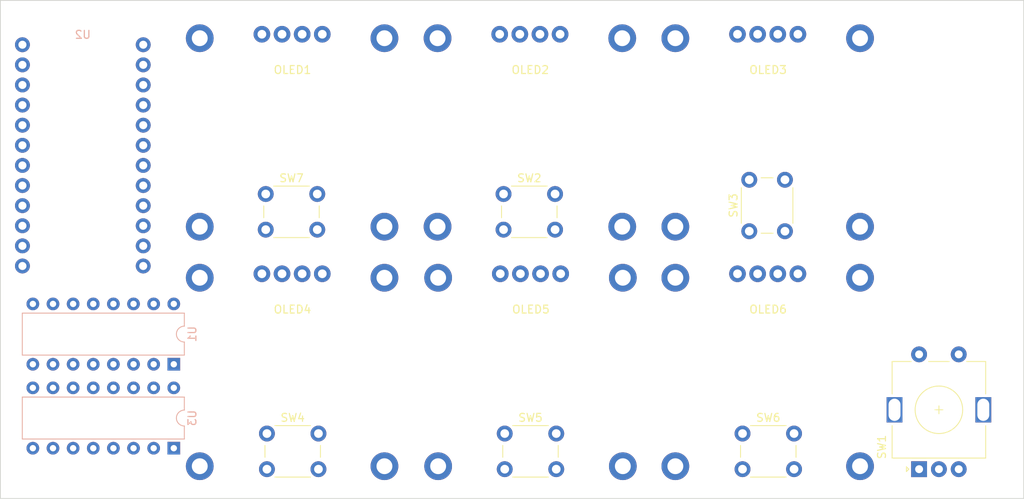
<source format=kicad_pcb>
(kicad_pcb (version 20211014) (generator pcbnew)
  (layers (0 "F.Cu" signal) (31 "B.Cu" signal) (34 "B.Paste" user) (35 "F.Paste" user) (36 "B.SilkS" user "B.Silkscreen") (37 "F.SilkS" user "F.Silkscreen") (38 "B.Mask" user) (39 "F.Mask" user) (44 "Edge.Cuts" user))
  (net 0 "")
  (net 1 "GND")
  (net 2 "3v3")
  (net 3 "SCL")
  (net 4 "OLED_SDA_1")
  (net 5 "OLED_SDA_2")
  (net 6 "OLED_SDA_3")
  (net 7 "OLED_SDA_4")
  (net 8 "OLED_SDA_5")
  (net 9 "OLED_SDA_6")
  (net 10 "ROTARY_A")
  (net 11 "ROTARY_B")
  (net 12 "ROTARY_SW")
  (net 13 "SW_6")
  (net 14 "SW_3")
  (net 15 "SW_5")
  (net 16 "SW_2")
  (net 17 "SW_4")
  (net 18 "SW_1")
  (net 20 "OLED_SDA")
  (net 23 "ADDR2")
  (net 24 "ADDR1")
  (net 25 "ADDR0")
  (net 27 "SWITCH_SIG")
  (footprint "Custom:SSD1306_0.96in" (layer "F.Cu") (at 78.75 62.675)
    (fp_text reference "OLED4" (at 13.7 6 unlocked) (layer "F.SilkS"))
    (fp_text value "ssd1306_0.96in")
    (pad "" np_thru_hole circle locked (at 25.3 25.8) (size 3.5 3.5) (drill 2) (layers F&B.Cu *.Mask))
    (pad "" np_thru_hole circle locked (at 2 25.8) (size 3.5 3.5) (drill 2) (layers F&B.Cu *.Mask))
    (pad "" np_thru_hole circle locked (at 25.3 2) (size 3.5 3.5) (drill 2) (layers F&B.Cu *.Mask))
    (pad "" np_thru_hole circle locked (at 2 2) (size 3.5 3.5) (drill 2) (layers F&B.Cu *.Mask))
    (pad "1" thru_hole circle locked (at 9.84 1.5) (size 2.1 2.1) (drill 1.1) (layers *.Mask "F.Cu" "In1.Cu" "B.Cu") (net 1 "GND"))
    (pad "2" thru_hole circle locked (at 12.38 1.5) (size 2.1 2.1) (drill 1.1) (layers *.Mask "F.Cu" "In1.Cu" "B.Cu") (net 2 "3v3"))
    (pad "3" thru_hole circle locked (at 14.92 1.5) (size 2.1 2.1) (drill 1.1) (layers *.Mask "F.Cu" "In1.Cu" "B.Cu") (net 3 "SCL"))
    (pad "4" thru_hole circle locked (at 17.46 1.5) (size 2.1 2.1) (drill 1.1) (layers *.Mask "F.Cu" "In1.Cu" "B.Cu") (net 7 "OLED_SDA_4"))
  )
  (footprint "Custom:SSD1306_0.96in" (layer "F.Cu") (at 108.825 62.675)
    (fp_text reference "OLED5" (at 13.7 6 unlocked) (layer "F.SilkS"))
    (fp_text value "ssd1306_0.96in")
    (pad "" np_thru_hole circle locked (at 25.3 25.8) (size 3.5 3.5) (drill 2) (layers F&B.Cu *.Mask))
    (pad "" np_thru_hole circle locked (at 2 25.8) (size 3.5 3.5) (drill 2) (layers F&B.Cu *.Mask))
    (pad "" np_thru_hole circle locked (at 25.3 2) (size 3.5 3.5) (drill 2) (layers F&B.Cu *.Mask))
    (pad "" np_thru_hole circle locked (at 2 2) (size 3.5 3.5) (drill 2) (layers F&B.Cu *.Mask))
    (pad "1" thru_hole circle locked (at 9.84 1.5) (size 2.1 2.1) (drill 1.1) (layers *.Mask "F.Cu" "In1.Cu" "B.Cu") (net 1 "GND"))
    (pad "2" thru_hole circle locked (at 12.38 1.5) (size 2.1 2.1) (drill 1.1) (layers *.Mask "F.Cu" "In1.Cu" "B.Cu") (net 2 "3v3"))
    (pad "3" thru_hole circle locked (at 14.92 1.5) (size 2.1 2.1) (drill 1.1) (layers *.Mask "F.Cu" "In1.Cu" "B.Cu") (net 3 "SCL"))
    (pad "4" thru_hole circle locked (at 17.46 1.5) (size 2.1 2.1) (drill 1.1) (layers *.Mask "F.Cu" "In1.Cu" "B.Cu") (net 8 "OLED_SDA_5"))
  )
  (footprint "Custom:SSD1306_0.96in" (layer "F.Cu") (at 138.75 32.425)
    (fp_text reference "OLED3" (at 13.7 6 unlocked) (layer "F.SilkS"))
    (fp_text value "ssd1306_0.96in")
    (pad "" np_thru_hole circle locked (at 2 25.8) (size 3.5 3.5) (drill 2) (layers F&B.Cu *.Mask))
    (pad "" np_thru_hole circle locked (at 2 2) (size 3.5 3.5) (drill 2) (layers F&B.Cu *.Mask))
    (pad "" np_thru_hole circle locked (at 25.3 25.8) (size 3.5 3.5) (drill 2) (layers F&B.Cu *.Mask))
    (pad "" np_thru_hole circle locked (at 25.3 2) (size 3.5 3.5) (drill 2) (layers F&B.Cu *.Mask))
    (pad "1" thru_hole circle locked (at 9.84 1.5) (size 2.1 2.1) (drill 1.1) (layers *.Mask "F.Cu" "In1.Cu" "B.Cu") (net 1 "GND"))
    (pad "2" thru_hole circle locked (at 12.38 1.5) (size 2.1 2.1) (drill 1.1) (layers *.Mask "F.Cu" "In1.Cu" "B.Cu") (net 2 "3v3"))
    (pad "3" thru_hole circle locked (at 14.92 1.5) (size 2.1 2.1) (drill 1.1) (layers *.Mask "F.Cu" "In1.Cu" "B.Cu") (net 3 "SCL"))
    (pad "4" thru_hole circle locked (at 17.46 1.5) (size 2.1 2.1) (drill 1.1) (layers *.Mask "F.Cu" "In1.Cu" "B.Cu") (net 6 "OLED_SDA_3"))
  )
  (footprint "Rotary_Encoder:RotaryEncoder_Alps_EC11E-Switch_Vertical_H20mm" (layer "F.Cu") (at 171.5 88.85 90)
    (fp_text reference "SW1" (at 2.8 -4.7 90) (layer "F.SilkS"))
    (fp_text value "RotaryEncoder_Switch")
    (fp_line (start 13.6 -3.4) (end 13.6 -1) (layer "F.SilkS") (width 0.12))
    (fp_line (start 7 2.5) (end 8 2.5) (layer "F.SilkS") (width 0.12))
    (fp_line (start 1.4 -3.4) (end 1.4 8.4) (layer "F.SilkS") (width 0.12))
    (fp_line (start 7.5 2) (end 7.5 3) (layer "F.SilkS") (width 0.12))
    (fp_line (start -0.3 -1.6) (end 0.3 -1.6) (layer "F.SilkS") (width 0.12))
    (fp_line (start 0.3 -1.6) (end 0 -1.3) (layer "F.SilkS") (width 0.12))
    (fp_line (start 13.6 6) (end 13.6 8.4) (layer "F.SilkS") (width 0.12))
    (fp_line (start 13.6 8.4) (end 9.5 8.4) (layer "F.SilkS") (width 0.12))
    (fp_line (start 5.5 8.4) (end 1.4 8.4) (layer "F.SilkS") (width 0.12))
    (fp_line (start 5.5 -3.4) (end 1.4 -3.4) (layer "F.SilkS") (width 0.12))
    (fp_line (start 13.6 1.2) (end 13.6 3.8) (layer "F.SilkS") (width 0.12))
    (fp_line (start 0 -1.3) (end -0.3 -1.6) (layer "F.SilkS") (width 0.12))
    (fp_line (start 9.5 -3.4) (end 13.6 -3.4) (layer "F.SilkS") (width 0.12))
    (fp_circle (center 7.5 2.5) (end 10.5 2.5) (layer "F.SilkS") (width 0.12) (fill none))
    (pad "" np_thru_hole rect (at 7.5 8.1 90) (size 3.2 2) (drill oval 2.8 1.5) (layers F&B.Cu *.Mask))
    (pad "" np_thru_hole rect (at 7.5 -3.1 90) (size 3.2 2) (drill oval 2.8 1.5) (layers F&B.Cu *.Mask))
    (pad "A" thru_hole rect (at 0 0 90) (size 2 2) (drill 1) (layers *.Cu *.Mask) (net 10 "ROTARY_A"))
    (pad "B" thru_hole circle (at 0 5 90) (size 2 2) (drill 1) (layers *.Cu *.Mask) (net 11 "ROTARY_B"))
    (pad "C" thru_hole circle (at 0 2.5 90) (size 2 2) (drill 1) (layers *.Cu *.Mask) (net 1 "GND"))
    (pad "S1" thru_hole circle (at 14.5 5 90) (size 2 2) (drill 1) (layers *.Cu *.Mask) (net 1 "GND"))
    (pad "S2" thru_hole circle (at 14.5 0 90) (size 2 2) (drill 1) (layers *.Cu *.Mask) (net 12 "ROTARY_SW"))
  )
  (footprint "Custom:SSD1306_0.96in" (layer "F.Cu") (at 108.75 32.425)
    (fp_text reference "OLED2" (at 13.7 6 unlocked) (layer "F.SilkS"))
    (fp_text value "ssd1306_0.96in")
    (pad "" np_thru_hole circle locked (at 25.3 2) (size 3.5 3.5) (drill 2) (layers F&B.Cu *.Mask))
    (pad "" np_thru_hole circle locked (at 2 2) (size 3.5 3.5) (drill 2) (layers F&B.Cu *.Mask))
    (pad "" np_thru_hole circle locked (at 2 25.8) (size 3.5 3.5) (drill 2) (layers F&B.Cu *.Mask))
    (pad "" np_thru_hole circle locked (at 25.3 25.8) (size 3.5 3.5) (drill 2) (layers F&B.Cu *.Mask))
    (pad "1" thru_hole circle locked (at 9.84 1.5) (size 2.1 2.1) (drill 1.1) (layers *.Mask "F.Cu" "In1.Cu" "B.Cu") (net 1 "GND"))
    (pad "2" thru_hole circle locked (at 12.38 1.5) (size 2.1 2.1) (drill 1.1) (layers *.Mask "F.Cu" "In1.Cu" "B.Cu") (net 2 "3v3"))
    (pad "3" thru_hole circle locked (at 14.92 1.5) (size 2.1 2.1) (drill 1.1) (layers *.Mask "F.Cu" "In1.Cu" "B.Cu") (net 3 "SCL"))
    (pad "4" thru_hole circle locked (at 17.46 1.5) (size 2.1 2.1) (drill 1.1) (layers *.Mask "F.Cu" "In1.Cu" "B.Cu") (net 5 "OLED_SDA_2"))
  )
  (footprint "Custom:SSD1306_0.96in" (layer "F.Cu") (at 78.75 32.425)
    (fp_text reference "OLED1" (at 13.7 6 unlocked) (layer "F.SilkS"))
    (fp_text value "ssd1306_0.96in")
    (pad "" np_thru_hole circle locked (at 25.3 25.8) (size 3.5 3.5) (drill 2) (layers F&B.Cu *.Mask))
    (pad "" np_thru_hole circle locked (at 25.3 2) (size 3.5 3.5) (drill 2) (layers F&B.Cu *.Mask))
    (pad "" np_thru_hole circle locked (at 2 2) (size 3.5 3.5) (drill 2) (layers F&B.Cu *.Mask))
    (pad "" np_thru_hole circle locked (at 2 25.8) (size 3.5 3.5) (drill 2) (layers F&B.Cu *.Mask))
    (pad "1" thru_hole circle locked (at 9.84 1.5) (size 2.1 2.1) (drill 1.1) (layers *.Mask "F.Cu" "In1.Cu" "B.Cu") (net 1 "GND"))
    (pad "2" thru_hole circle locked (at 12.38 1.5) (size 2.1 2.1) (drill 1.1) (layers *.Mask "F.Cu" "In1.Cu" "B.Cu") (net 2 "3v3"))
    (pad "3" thru_hole circle locked (at 14.92 1.5) (size 2.1 2.1) (drill 1.1) (layers *.Mask "F.Cu" "In1.Cu" "B.Cu") (net 3 "SCL"))
    (pad "4" thru_hole circle locked (at 17.46 1.5) (size 2.1 2.1) (drill 1.1) (layers *.Mask "F.Cu" "In1.Cu" "B.Cu") (net 4 "OLED_SDA_1"))
  )
  (footprint "Button_Switch_THT:SW_PUSH_6mm_H4.3mm" (layer "F.Cu") (at 119.225 84.35)
    (fp_text reference "SW5" (at 3.25 -2) (layer "F.SilkS"))
    (fp_text value "SW_SPST")
    (fp_line (start 5.5 -1) (end 1 -1) (layer "F.SilkS") (width 0.12))
    (fp_line (start 6.75 3) (end 6.75 1.5) (layer "F.SilkS") (width 0.12))
    (fp_line (start -0.25 1.5) (end -0.25 3) (layer "F.SilkS") (width 0.12))
    (fp_line (start 1 5.5) (end 5.5 5.5) (layer "F.SilkS") (width 0.12))
    (pad "1" thru_hole circle locked (at 6.5 0 90) (size 2 2) (drill 1.1) (layers *.Cu *.Mask) (net 16 "SW_2"))
    (pad "1" thru_hole circle locked (at 0 0 90) (size 2 2) (drill 1.1) (layers *.Cu *.Mask) (net 16 "SW_2"))
    (pad "2" thru_hole circle locked (at 0 4.5 90) (size 2 2) (drill 1.1) (layers *.Cu *.Mask) (net 1 "GND"))
    (pad "2" thru_hole circle locked (at 6.5 4.5 90) (size 2 2) (drill 1.1) (layers *.Cu *.Mask) (net 1 "GND"))
  )
  (footprint "Button_Switch_THT:SW_PUSH_6mm_H4.3mm" (layer "F.Cu") (at 89.225 84.35)
    (fp_text reference "SW4" (at 3.25 -2) (layer "F.SilkS"))
    (fp_text value "SW_SPST")
    (fp_line (start 6.75 3) (end 6.75 1.5) (layer "F.SilkS") (width 0.12))
    (fp_line (start 5.5 -1) (end 1 -1) (layer "F.SilkS") (width 0.12))
    (fp_line (start 1 5.5) (end 5.5 5.5) (layer "F.SilkS") (width 0.12))
    (fp_line (start -0.25 1.5) (end -0.25 3) (layer "F.SilkS") (width 0.12))
    (pad "1" thru_hole circle locked (at 6.5 0 90) (size 2 2) (drill 1.1) (layers *.Cu *.Mask) (net 15 "SW_5"))
    (pad "1" thru_hole circle locked (at 0 0 90) (size 2 2) (drill 1.1) (layers *.Cu *.Mask) (net 15 "SW_5"))
    (pad "2" thru_hole circle locked (at 6.5 4.5 90) (size 2 2) (drill 1.1) (layers *.Cu *.Mask) (net 1 "GND"))
    (pad "2" thru_hole circle locked (at 0 4.5 90) (size 2 2) (drill 1.1) (layers *.Cu *.Mask) (net 1 "GND"))
  )
  (footprint "Button_Switch_THT:SW_PUSH_6mm_H4.3mm" (layer "F.Cu") (at 89.075 54.1)
    (fp_text reference "SW7" (at 3.25 -2) (layer "F.SilkS"))
    (fp_text value "SW_SPST")
    (fp_line (start -0.25 1.5) (end -0.25 3) (layer "F.SilkS") (width 0.12))
    (fp_line (start 6.75 3) (end 6.75 1.5) (layer "F.SilkS") (width 0.12))
    (fp_line (start 5.5 -1) (end 1 -1) (layer "F.SilkS") (width 0.12))
    (fp_line (start 1 5.5) (end 5.5 5.5) (layer "F.SilkS") (width 0.12))
    (pad "1" thru_hole circle locked (at 0 0 90) (size 2 2) (drill 1.1) (layers *.Cu *.Mask) (net 18 "SW_1"))
    (pad "1" thru_hole circle locked (at 6.5 0 90) (size 2 2) (drill 1.1) (layers *.Cu *.Mask) (net 18 "SW_1"))
    (pad "2" thru_hole circle locked (at 0 4.5 90) (size 2 2) (drill 1.1) (layers *.Cu *.Mask) (net 1 "GND"))
    (pad "2" thru_hole circle locked (at 6.5 4.5 90) (size 2 2) (drill 1.1) (layers *.Cu *.Mask) (net 1 "GND"))
  )
  (footprint "Button_Switch_THT:SW_PUSH_6mm_H4.3mm" (layer "F.Cu") (at 150.075 58.8 90)
    (fp_text reference "SW3" (at 3.25 -2 90) (layer "F.SilkS"))
    (fp_text value "SW_SPST")
    (fp_line (start -0.25 1.5) (end -0.25 3) (layer "F.SilkS") (width 0.12))
    (fp_line (start 6.75 3) (end 6.75 1.5) (layer "F.SilkS") (width 0.12))
    (fp_line (start 5.5 -1) (end 1 -1) (layer "F.SilkS") (width 0.12))
    (fp_line (start 1 5.5) (end 5.5 5.5) (layer "F.SilkS") (width 0.12))
    (pad "1" thru_hole circle locked (at 0 0 180) (size 2 2) (drill 1.1) (layers *.Cu *.Mask) (net 14 "SW_3"))
    (pad "1" thru_hole circle locked (at 6.5 0 180) (size 2 2) (drill 1.1) (layers *.Cu *.Mask) (net 14 "SW_3"))
    (pad "2" thru_hole circle locked (at 0 4.5 180) (size 2 2) (drill 1.1) (layers *.Cu *.Mask) (net 1 "GND"))
    (pad "2" thru_hole circle locked (at 6.5 4.5 180) (size 2 2) (drill 1.1) (layers *.Cu *.Mask) (net 1 "GND"))
  )
  (footprint "Button_Switch_THT:SW_PUSH_6mm_H4.3mm" (layer "F.Cu") (at 149.225 84.35)
    (fp_text reference "SW6" (at 3.25 -2) (layer "F.SilkS"))
    (fp_text value "SW_SPST")
    (fp_line (start -0.25 1.5) (end -0.25 3) (layer "F.SilkS") (width 0.12))
    (fp_line (start 1 5.5) (end 5.5 5.5) (layer "F.SilkS") (width 0.12))
    (fp_line (start 6.75 3) (end 6.75 1.5) (layer "F.SilkS") (width 0.12))
    (fp_line (start 5.5 -1) (end 1 -1) (layer "F.SilkS") (width 0.12))
    (pad "1" thru_hole circle locked (at 0 0 90) (size 2 2) (drill 1.1) (layers *.Cu *.Mask) (net 17 "SW_4"))
    (pad "1" thru_hole circle locked (at 6.5 0 90) (size 2 2) (drill 1.1) (layers *.Cu *.Mask) (net 17 "SW_4"))
    (pad "2" thru_hole circle locked (at 0 4.5 90) (size 2 2) (drill 1.1) (layers *.Cu *.Mask) (net 1 "GND"))
    (pad "2" thru_hole circle locked (at 6.5 4.5 90) (size 2 2) (drill 1.1) (layers *.Cu *.Mask) (net 1 "GND"))
  )
  (footprint "Button_Switch_THT:SW_PUSH_6mm_H4.3mm" (layer "F.Cu") (at 119.075 54.1)
    (fp_text reference "SW2" (at 3.25 -2) (layer "F.SilkS"))
    (fp_text value "SW_SPST")
    (fp_line (start 6.75 3) (end 6.75 1.5) (layer "F.SilkS") (width 0.12))
    (fp_line (start 1 5.5) (end 5.5 5.5) (layer "F.SilkS") (width 0.12))
    (fp_line (start 5.5 -1) (end 1 -1) (layer "F.SilkS") (width 0.12))
    (fp_line (start -0.25 1.5) (end -0.25 3) (layer "F.SilkS") (width 0.12))
    (pad "1" thru_hole circle locked (at 6.5 0 90) (size 2 2) (drill 1.1) (layers *.Cu *.Mask) (net 13 "SW_6"))
    (pad "1" thru_hole circle locked (at 0 0 90) (size 2 2) (drill 1.1) (layers *.Cu *.Mask) (net 13 "SW_6"))
    (pad "2" thru_hole circle locked (at 6.5 4.5 90) (size 2 2) (drill 1.1) (layers *.Cu *.Mask) (net 1 "GND"))
    (pad "2" thru_hole circle locked (at 0 4.5 90) (size 2 2) (drill 1.1) (layers *.Cu *.Mask) (net 1 "GND"))
  )
  (footprint "Custom:SSD1306_0.96in" (layer "F.Cu") (at 138.75 62.675)
    (fp_text reference "OLED6" (at 13.7 6 unlocked) (layer "F.SilkS"))
    (fp_text value "ssd1306_0.96in")
    (pad "" np_thru_hole circle locked (at 2 2) (size 3.5 3.5) (drill 2) (layers F&B.Cu *.Mask))
    (pad "" np_thru_hole circle locked (at 2 25.8) (size 3.5 3.5) (drill 2) (layers F&B.Cu *.Mask))
    (pad "" np_thru_hole circle locked (at 25.3 25.8) (size 3.5 3.5) (drill 2) (layers F&B.Cu *.Mask))
    (pad "" np_thru_hole circle locked (at 25.3 2) (size 3.5 3.5) (drill 2) (layers F&B.Cu *.Mask))
    (pad "1" thru_hole circle locked (at 9.84 1.5) (size 2.1 2.1) (drill 1.1) (layers *.Mask "F.Cu" "In1.Cu" "B.Cu") (net 1 "GND"))
    (pad "2" thru_hole circle locked (at 12.38 1.5) (size 2.1 2.1) (drill 1.1) (layers *.Mask "F.Cu" "In1.Cu" "B.Cu") (net 2 "3v3"))
    (pad "3" thru_hole circle locked (at 14.92 1.5) (size 2.1 2.1) (drill 1.1) (layers *.Mask "F.Cu" "In1.Cu" "B.Cu") (net 3 "SCL"))
    (pad "4" thru_hole circle locked (at 17.46 1.5) (size 2.1 2.1) (drill 1.1) (layers *.Mask "F.Cu" "In1.Cu" "B.Cu") (net 9 "OLED_SDA_6"))
  )
  (footprint "Custom:Sparkfun Pro Micro - RP2040" (layer "B.Cu") (at 73.62 35.25 180)
    (fp_text reference "U2" (at 7.62 1.27 unlocked) (layer "B.SilkS") (effects (justify mirror)))
    (fp_text value "SparkFun_Pro_Micro_-_RP2040")
    (pad "1" thru_hole circle (at 0 0 180) (size 1.8796 1.8796) (drill 1.016) (layers *.Mask "F.Cu" "In1.Cu" "B.Cu"))
    (pad "2" thru_hole circle (at 0 -2.54 180) (size 1.8796 1.8796) (drill 1.016) (layers *.Mask "F.Cu" "In1.Cu" "B.Cu"))
    (pad "3" thru_hole circle (at 0 -5.08 180) (size 1.8796 1.8796) (drill 1.016) (layers *.Mask "F.Cu" "In1.Cu" "B.Cu") (net 1 "GND"))
    (pad "4" thru_hole circle (at 0 -7.62 180) (size 1.8796 1.8796) (drill 1.016) (layers *.Mask "F.Cu" "In1.Cu" "B.Cu") (net 1 "GND"))
    (pad "5" thru_hole circle (at 0 -10.16 180) (size 1.8796 1.8796) (drill 1.016) (layers *.Mask "F.Cu" "In1.Cu" "B.Cu"))
    (pad "6" thru_hole circle (at 0 -12.7 180) (size 1.8796 1.8796) (drill 1.016) (layers *.Mask "F.Cu" "In1.Cu" "B.Cu") (net 12 "ROTARY_SW"))
    (pad "7" thru_hole circle (at 0 -15.24 180) (size 1.8796 1.8796) (drill 1.016) (layers *.Mask "F.Cu" "In1.Cu" "B.Cu") (net 10 "ROTARY_A"))
    (pad "8" thru_hole circle (at 0 -17.78 180) (size 1.8796 1.8796) (drill 1.016) (layers *.Mask "F.Cu" "In1.Cu" "B.Cu") (net 11 "ROTARY_B"))
    (pad "9" thru_hole circle (at 0 -20.32 180) (size 1.8796 1.8796) (drill 1.016) (layers *.Mask "F.Cu" "In1.Cu" "B.Cu") (net 27 "SWITCH_SIG"))
    (pad "10" thru_hole circle (at 0 -22.86 180) (size 1.8796 1.8796) (drill 1.016) (layers *.Mask "F.Cu" "In1.Cu" "B.Cu") (net 25 "ADDR0"))
    (pad "11" thru_hole circle (at 0 -25.4 180) (size 1.8796 1.8796) (drill 1.016) (layers *.Mask "F.Cu" "In1.Cu" "B.Cu") (net 24 "ADDR1"))
    (pad "12" thru_hole circle (at 0 -27.94 180) (size 1.8796 1.8796) (drill 1.016) (layers *.Mask "F.Cu" "In1.Cu" "B.Cu") (net 23 "ADDR2"))
    (pad "13" thru_hole circle (at 15.24 -27.94 180) (size 1.8796 1.8796) (drill 1.016) (layers *.Mask "F.Cu" "In1.Cu" "B.Cu") (net 3 "SCL"))
    (pad "14" thru_hole circle (at 15.24 -25.4 180) (size 1.8796 1.8796) (drill 1.016) (layers *.Mask "F.Cu" "In1.Cu" "B.Cu"))
    (pad "15" thru_hole circle (at 15.24 -22.86 180) (size 1.8796 1.8796) (drill 1.016) (layers *.Mask "F.Cu" "In1.Cu" "B.Cu") (net 20 "OLED_SDA"))
    (pad "16" thru_hole circle (at 15.24 -20.32 180) (size 1.8796 1.8796) (drill 1.016) (layers *.Mask "F.Cu" "In1.Cu" "B.Cu"))
    (pad "17" thru_hole circle (at 15.24 -17.78 180) (size 1.8796 1.8796) (drill 1.016) (layers *.Mask "F.Cu" "In1.Cu" "B.Cu"))
    (pad "18" thru_hole circle (at 15.24 -15.24 180) (size 1.8796 1.8796) (drill 1.016) (layers *.Mask "F.Cu" "In1.Cu" "B.Cu"))
    (pad "19" thru_hole circle (at 15.24 -12.7 180) (size 1.8796 1.8796) (drill 1.016) (layers *.Mask "F.Cu" "In1.Cu" "B.Cu"))
    (pad "20" thru_hole circle (at 15.24 -10.16 180) (size 1.8796 1.8796) (drill 1.016) (layers *.Mask "F.Cu" "In1.Cu" "B.Cu"))
    (pad "21" thru_hole circle (at 15.24 -7.62 180) (size 1.8796 1.8796) (drill 1.016) (layers *.Mask "F.Cu" "In1.Cu" "B.Cu") (net 2 "3v3"))
    (pad "22" thru_hole circle (at 15.24 -5.08 180) (size 1.8796 1.8796) (drill 1.016) (layers *.Mask "F.Cu" "In1.Cu" "B.Cu") (net 1 "GND"))
    (pad "23" thru_hole circle (at 15.24 -2.54 180) (size 1.8796 1.8796) (drill 1.016) (layers *.Mask "F.Cu" "In1.Cu" "B.Cu"))
    (pad "24" thru_hole circle (at 15.24 0 180) (size 1.8796 1.8796) (drill 1.016) (layers *.Mask "F.Cu" "In1.Cu" "B.Cu"))
  )
  (footprint "Package_DIP:DIP-16_W7.62mm" (layer "B.Cu") (at 77.475 75.6 90)
    (fp_text reference "U1" (at 3.81 2.33 90) (layer "B.SilkS") (effects (justify mirror)))
    (fp_text value "74HC4051")
    (fp_line (start 2.81 1.33) (end 1.16 1.33) (layer "B.SilkS") (width 0.12))
    (fp_line (start 6.46 -19.11) (end 6.46 1.33) (layer "B.SilkS") (width 0.12))
    (fp_line (start 1.16 1.33) (end 1.16 -19.11) (layer "B.SilkS") (width 0.12))
    (fp_line (start 1.16 -19.11) (end 6.46 -19.11) (layer "B.SilkS") (width 0.12))
    (fp_line (start 6.46 1.33) (end 4.81 1.33) (layer "B.SilkS") (width 0.12))
    (fp_arc (start 2.81 1.33) (mid 3.81 0.33) (end 4.81 1.33) (layer "B.SilkS") (width 0.12))
    (pad "1" thru_hole rect (at 0 0 90) (size 1.6 1.6) (drill 0.8) (layers *.Cu *.Mask) (net 4 "OLED_SDA_1"))
    (pad "2" thru_hole oval (at 0 -2.54 90) (size 1.6 1.6) (drill 0.8) (layers *.Cu *.Mask))
    (pad "3" thru_hole oval (at 0 -5.08 90) (size 1.6 1.6) (drill 0.8) (layers *.Cu *.Mask) (net 20 "OLED_SDA"))
    (pad "4" thru_hole oval (at 0 -7.62 90) (size 1.6 1.6) (drill 0.8) (layers *.Cu *.Mask))
    (pad "5" thru_hole oval (at 0 -10.16 90) (size 1.6 1.6) (drill 0.8) (layers *.Cu *.Mask) (net 5 "OLED_SDA_2"))
    (pad "6" thru_hole oval (at 0 -12.7 90) (size 1.6 1.6) (drill 0.8) (layers *.Cu *.Mask) (net 1 "GND"))
    (pad "7" thru_hole oval (at 0 -15.24 90) (size 1.6 1.6) (drill 0.8) (layers *.Cu *.Mask))
    (pad "8" thru_hole oval (at 0 -17.78 90) (size 1.6 1.6) (drill 0.8) (layers *.Cu *.Mask) (net 1 "GND"))
    (pad "9" thru_hole oval (at 7.62 -17.78 90) (size 1.6 1.6) (drill 0.8) (layers *.Cu *.Mask) (net 23 "ADDR2"))
    (pad "10" thru_hole oval (at 7.62 -15.24 90) (size 1.6 1.6) (drill 0.8) (layers *.Cu *.Mask) (net 24 "ADDR1"))
    (pad "11" thru_hole oval (at 7.62 -12.7 90) (size 1.6 1.6) (drill 0.8) (layers *.Cu *.Mask) (net 25 "ADDR0"))
    (pad "12" thru_hole oval (at 7.62 -10.16 90) (size 1.6 1.6) (drill 0.8) (layers *.Cu *.Mask) (net 9 "OLED_SDA_6"))
    (pad "13" thru_hole oval (at 7.62 -7.62 90) (size 1.6 1.6) (drill 0.8) (layers *.Cu *.Mask) (net 6 "OLED_SDA_3"))
    (pad "14" thru_hole oval (at 7.62 -5.08 90) (size 1.6 1.6) (drill 0.8) (layers *.Cu *.Mask) (net 7 "OLED_SDA_4"))
    (pad "15" thru_hole oval (at 7.62 -2.54 90) (size 1.6 1.6) (drill 0.8) (layers *.Cu *.Mask) (net 8 "OLED_SDA_5"))
    (pad "16" thru_hole oval (at 7.62 0 90) (size 1.6 1.6) (drill 0.8) (layers *.Cu *.Mask) (net 2 "3v3"))
  )
  (footprint "Package_DIP:DIP-16_W7.62mm" (layer "B.Cu") (at 77.475 86.2 90)
    (fp_text reference "U3" (at 3.81 2.33 90) (layer "B.SilkS") (effects (justify mirror)))
    (fp_text value "74HC4051")
    (fp_line (start 1.16 1.33) (end 1.16 -19.11) (layer "B.SilkS") (width 0.12))
    (fp_line (start 1.16 -19.11) (end 6.46 -19.11) (layer "B.SilkS") (width 0.12))
    (fp_line (start 2.81 1.33) (end 1.16 1.33) (layer "B.SilkS") (width 0.12))
    (fp_line (start 6.46 -19.11) (end 6.46 1.33) (layer "B.SilkS") (width 0.12))
    (fp_line (start 6.46 1.33) (end 4.81 1.33) (layer "B.SilkS") (width 0.12))
    (fp_arc (start 2.81 1.33) (mid 3.81 0.33) (end 4.81 1.33) (layer "B.SilkS") (width 0.12))
    (pad "1" thru_hole rect (at 0 0 90) (size 1.6 1.6) (drill 0.8) (layers *.Cu *.Mask) (net 18 "SW_1"))
    (pad "2" thru_hole oval (at 0 -2.54 90) (size 1.6 1.6) (drill 0.8) (layers *.Cu *.Mask))
    (pad "3" thru_hole oval (at 0 -5.08 90) (size 1.6 1.6) (drill 0.8) (layers *.Cu *.Mask) (net 27 "SWITCH_SIG"))
    (pad "4" thru_hole oval (at 0 -7.62 90) (size 1.6 1.6) (drill 0.8) (layers *.Cu *.Mask))
    (pad "5" thru_hole oval (at 0 -10.16 90) (size 1.6 1.6) (drill 0.8) (layers *.Cu *.Mask) (net 16 "SW_2"))
    (pad "6" thru_hole oval (at 0 -12.7 90) (size 1.6 1.6) (drill 0.8) (layers *.Cu *.Mask) (net 1 "GND"))
    (pad "7" thru_hole oval (at 0 -15.24 90) (size 1.6 1.6) (drill 0.8) (layers *.Cu *.Mask))
    (pad "8" thru_hole oval (at 0 -17.78 90) (size 1.6 1.6) (drill 0.8) (layers *.Cu *.Mask) (net 1 "GND"))
    (pad "9" thru_hole oval (at 7.62 -17.78 90) (size 1.6 1.6) (drill 0.8) (layers *.Cu *.Mask) (net 23 "ADDR2"))
    (pad "10" thru_hole oval (at 7.62 -15.24 90) (size 1.6 1.6) (drill 0.8) (layers *.Cu *.Mask) (net 24 "ADDR1"))
    (pad "11" thru_hole oval (at 7.62 -12.7 90) (size 1.6 1.6) (drill 0.8) (layers *.Cu *.Mask) (net 25 "ADDR0"))
    (pad "12" thru_hole oval (at 7.62 -10.16 90) (size 1.6 1.6) (drill 0.8) (layers *.Cu *.Mask) (net 14 "SW_3"))
    (pad "13" thru_hole oval (at 7.62 -7.62 90) (size 1.6 1.6) (drill 0.8) (layers *.Cu *.Mask) (net 13 "SW_6"))
    (pad "14" thru_hole oval (at 7.62 -5.08 90) (size 1.6 1.6) (drill 0.8) (layers *.Cu *.Mask) (net 17 "SW_4"))
    (pad "15" thru_hole oval (at 7.62 -2.54 90) (size 1.6 1.6) (drill 0.8) (layers *.Cu *.Mask) (net 15 "SW_5"))
    (pad "16" thru_hole oval (at 7.62 0 90) (size 1.6 1.6) (drill 0.8) (layers *.Cu *.Mask) (net 2 "3v3"))
  )
  (gr_rect (start 184.7 29.65) (end 55.6 92.55) (layer "Edge.Cuts") (width 0.1) (fill none))
)
</source>
